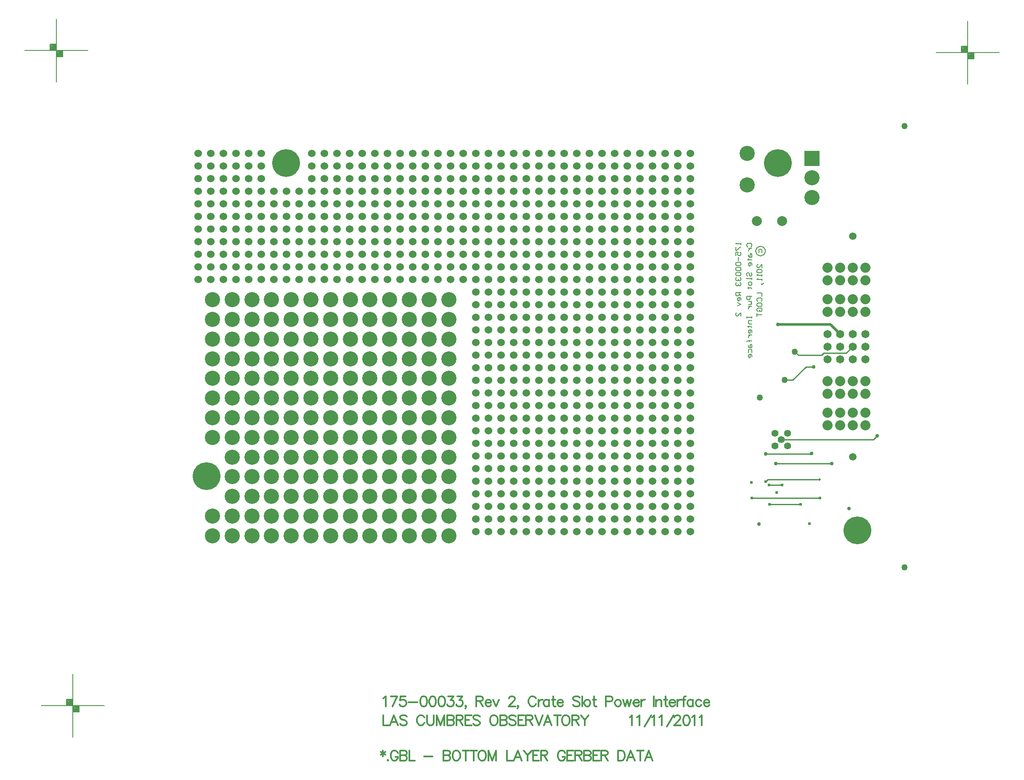
<source format=gbl>
%FSLAX23Y23*%
%MOIN*%
G70*
G01*
G75*
G04 Layer_Physical_Order=4*
G04 Layer_Color=16711680*
%ADD10R,0.135X0.070*%
%ADD11O,0.024X0.079*%
%ADD12R,0.036X0.036*%
%ADD13O,0.014X0.067*%
%ADD14R,0.059X0.039*%
%ADD15R,0.050X0.050*%
%ADD16R,0.070X0.135*%
%ADD17C,0.020*%
%ADD18C,0.040*%
%ADD19C,0.010*%
%ADD20C,0.012*%
%ADD21C,0.008*%
%ADD22C,0.012*%
%ADD23C,0.012*%
%ADD24C,0.120*%
%ADD25C,0.060*%
%ADD26C,0.220*%
%ADD27C,0.050*%
%ADD28C,0.059*%
%ADD29C,0.080*%
%ADD30C,0.065*%
%ADD31C,0.079*%
%ADD32R,0.120X0.120*%
%ADD33C,0.055*%
%ADD34C,0.030*%
%ADD35C,0.024*%
%ADD36C,0.020*%
%ADD37C,0.005*%
%ADD38C,0.110*%
%ADD39C,0.076*%
%ADD40C,0.206*%
%ADD41C,0.150*%
%ADD42C,0.190*%
%ADD43C,0.092*%
%ADD44C,0.073*%
%ADD45C,0.055*%
%ADD46C,0.068*%
%ADD47C,0.087*%
%ADD48C,0.007*%
D17*
X25575Y17463D02*
X25651Y17388D01*
X25158Y17463D02*
X25575D01*
D19*
X25141Y16359D02*
X25143Y16361D01*
X25585D01*
X25382Y17128D02*
X25443D01*
X25276Y17022D02*
X25382Y17128D01*
X25211Y17022D02*
X25276D01*
X25186Y16550D02*
X25916D01*
X25945Y16579D01*
X24953Y16087D02*
X24955Y16085D01*
X25492D01*
X25093Y16038D02*
X25094Y16037D01*
X25339D01*
X25090Y16191D02*
X25191D01*
X25089Y16190D02*
X25090Y16191D01*
X25291Y17248D02*
X25320Y17219D01*
X25505D01*
X25521Y17235D01*
X25698D01*
X25751Y17288D01*
X25079Y16233D02*
X25487D01*
X25063Y16217D02*
X25079Y16233D01*
X25420Y16435D02*
X25424Y16439D01*
X25063Y16435D02*
X25420D01*
D20*
X22029Y14083D02*
Y14037D01*
X22010Y14072D02*
X22048Y14049D01*
Y14072D02*
X22010Y14049D01*
X22069Y14011D02*
X22065Y14007D01*
X22069Y14003D01*
X22072Y14007D01*
X22069Y14011D01*
X22147Y14064D02*
X22143Y14072D01*
X22136Y14079D01*
X22128Y14083D01*
X22113D01*
X22105Y14079D01*
X22098Y14072D01*
X22094Y14064D01*
X22090Y14053D01*
Y14034D01*
X22094Y14022D01*
X22098Y14015D01*
X22105Y14007D01*
X22113Y14003D01*
X22128D01*
X22136Y14007D01*
X22143Y14015D01*
X22147Y14022D01*
Y14034D01*
X22128D02*
X22147D01*
X22165Y14083D02*
Y14003D01*
Y14083D02*
X22200D01*
X22211Y14079D01*
X22215Y14075D01*
X22219Y14068D01*
Y14060D01*
X22215Y14053D01*
X22211Y14049D01*
X22200Y14045D01*
X22165D02*
X22200D01*
X22211Y14041D01*
X22215Y14037D01*
X22219Y14030D01*
Y14018D01*
X22215Y14011D01*
X22211Y14007D01*
X22200Y14003D01*
X22165D01*
X22237Y14083D02*
Y14003D01*
X22282D01*
X22354Y14037D02*
X22422D01*
X22509Y14083D02*
Y14003D01*
Y14083D02*
X22543D01*
X22555Y14079D01*
X22558Y14075D01*
X22562Y14068D01*
Y14060D01*
X22558Y14053D01*
X22555Y14049D01*
X22543Y14045D01*
X22509D02*
X22543D01*
X22555Y14041D01*
X22558Y14037D01*
X22562Y14030D01*
Y14018D01*
X22558Y14011D01*
X22555Y14007D01*
X22543Y14003D01*
X22509D01*
X22603Y14083D02*
X22595Y14079D01*
X22588Y14072D01*
X22584Y14064D01*
X22580Y14053D01*
Y14034D01*
X22584Y14022D01*
X22588Y14015D01*
X22595Y14007D01*
X22603Y14003D01*
X22618D01*
X22626Y14007D01*
X22633Y14015D01*
X22637Y14022D01*
X22641Y14034D01*
Y14053D01*
X22637Y14064D01*
X22633Y14072D01*
X22626Y14079D01*
X22618Y14083D01*
X22603D01*
X22686D02*
Y14003D01*
X22660Y14083D02*
X22713D01*
X22749D02*
Y14003D01*
X22723Y14083D02*
X22776D01*
X22808D02*
X22801Y14079D01*
X22793Y14072D01*
X22789Y14064D01*
X22785Y14053D01*
Y14034D01*
X22789Y14022D01*
X22793Y14015D01*
X22801Y14007D01*
X22808Y14003D01*
X22823D01*
X22831Y14007D01*
X22839Y14015D01*
X22843Y14022D01*
X22846Y14034D01*
Y14053D01*
X22843Y14064D01*
X22839Y14072D01*
X22831Y14079D01*
X22823Y14083D01*
X22808D01*
X22865D02*
Y14003D01*
Y14083D02*
X22895Y14003D01*
X22926Y14083D02*
X22895Y14003D01*
X22926Y14083D02*
Y14003D01*
X23012Y14083D02*
Y14003D01*
X23057D01*
X23127D02*
X23097Y14083D01*
X23066Y14003D01*
X23078Y14030D02*
X23116D01*
X23146Y14083D02*
X23176Y14045D01*
Y14003D01*
X23207Y14083D02*
X23176Y14045D01*
X23266Y14083D02*
X23217D01*
Y14003D01*
X23266D01*
X23217Y14045D02*
X23247D01*
X23280Y14083D02*
Y14003D01*
Y14083D02*
X23314D01*
X23325Y14079D01*
X23329Y14075D01*
X23333Y14068D01*
Y14060D01*
X23329Y14053D01*
X23325Y14049D01*
X23314Y14045D01*
X23280D01*
X23306D02*
X23333Y14003D01*
X23471Y14064D02*
X23467Y14072D01*
X23460Y14079D01*
X23452Y14083D01*
X23437D01*
X23429Y14079D01*
X23421Y14072D01*
X23418Y14064D01*
X23414Y14053D01*
Y14034D01*
X23418Y14022D01*
X23421Y14015D01*
X23429Y14007D01*
X23437Y14003D01*
X23452D01*
X23460Y14007D01*
X23467Y14015D01*
X23471Y14022D01*
Y14034D01*
X23452D02*
X23471D01*
X23539Y14083D02*
X23489D01*
Y14003D01*
X23539D01*
X23489Y14045D02*
X23520D01*
X23552Y14083D02*
Y14003D01*
Y14083D02*
X23586D01*
X23598Y14079D01*
X23602Y14075D01*
X23605Y14068D01*
Y14060D01*
X23602Y14053D01*
X23598Y14049D01*
X23586Y14045D01*
X23552D01*
X23579D02*
X23605Y14003D01*
X23623Y14083D02*
Y14003D01*
Y14083D02*
X23658D01*
X23669Y14079D01*
X23673Y14075D01*
X23677Y14068D01*
Y14060D01*
X23673Y14053D01*
X23669Y14049D01*
X23658Y14045D01*
X23623D02*
X23658D01*
X23669Y14041D01*
X23673Y14037D01*
X23677Y14030D01*
Y14018D01*
X23673Y14011D01*
X23669Y14007D01*
X23658Y14003D01*
X23623D01*
X23744Y14083D02*
X23695D01*
Y14003D01*
X23744D01*
X23695Y14045D02*
X23725D01*
X23757Y14083D02*
Y14003D01*
Y14083D02*
X23792D01*
X23803Y14079D01*
X23807Y14075D01*
X23811Y14068D01*
Y14060D01*
X23807Y14053D01*
X23803Y14049D01*
X23792Y14045D01*
X23757D01*
X23784D02*
X23811Y14003D01*
X23891Y14083D02*
Y14003D01*
Y14083D02*
X23918D01*
X23930Y14079D01*
X23937Y14072D01*
X23941Y14064D01*
X23945Y14053D01*
Y14034D01*
X23941Y14022D01*
X23937Y14015D01*
X23930Y14007D01*
X23918Y14003D01*
X23891D01*
X24024D02*
X23993Y14083D01*
X23963Y14003D01*
X23974Y14030D02*
X24012D01*
X24069Y14083D02*
Y14003D01*
X24042Y14083D02*
X24096D01*
X24166Y14003D02*
X24136Y14083D01*
X24105Y14003D01*
X24117Y14030D02*
X24155D01*
D21*
X25058Y18045D02*
X25057Y18055D01*
X25053Y18064D01*
X25047Y18072D01*
X25039Y18078D01*
X25030Y18081D01*
X25021Y18083D01*
X25011Y18081D01*
X25002Y18078D01*
X24994Y18072D01*
X24988Y18064D01*
X24984Y18055D01*
X24983Y18045D01*
X24984Y18035D01*
X24988Y18026D01*
X24994Y18018D01*
X25002Y18013D01*
X25011Y18009D01*
X25021Y18007D01*
X25030Y18009D01*
X25039Y18013D01*
X25047Y18018D01*
X25053Y18026D01*
X25057Y18035D01*
X25058Y18045D01*
X19321Y14441D02*
X19821D01*
X19571Y14191D02*
Y14691D01*
X19521Y14441D02*
Y14491D01*
X19571D01*
X19621Y14391D02*
Y14441D01*
X19571Y14391D02*
X19621D01*
X19576Y14436D02*
X19616D01*
Y14396D02*
Y14436D01*
X19576Y14396D02*
X19616D01*
X19576D02*
Y14436D01*
X19581Y14431D02*
X19611D01*
Y14401D02*
Y14431D01*
X19581Y14401D02*
X19611D01*
X19581D02*
Y14426D01*
X19586D02*
X19606D01*
Y14406D02*
Y14426D01*
X19586Y14406D02*
X19606D01*
X19586D02*
Y14421D01*
X19591D02*
X19601D01*
Y14411D02*
Y14421D01*
X19591Y14411D02*
X19601D01*
X19591D02*
Y14421D01*
Y14416D02*
X19601D01*
X19526Y14486D02*
X19566D01*
Y14446D02*
Y14486D01*
X19526Y14446D02*
X19566D01*
X19526D02*
Y14486D01*
X19531Y14481D02*
X19561D01*
Y14451D02*
Y14481D01*
X19531Y14451D02*
X19561D01*
X19531D02*
Y14476D01*
X19536D02*
X19556D01*
Y14456D02*
Y14476D01*
X19536Y14456D02*
X19556D01*
X19536D02*
Y14471D01*
X19541D02*
X19551D01*
Y14461D02*
Y14471D01*
X19541Y14461D02*
X19551D01*
X19541D02*
Y14471D01*
Y14466D02*
X19551D01*
X19192Y19635D02*
X19692D01*
X19442Y19385D02*
Y19885D01*
X19392Y19635D02*
Y19685D01*
X19442D01*
X19492Y19585D02*
Y19635D01*
X19442Y19585D02*
X19492D01*
X19447Y19630D02*
X19487D01*
Y19590D02*
Y19630D01*
X19447Y19590D02*
X19487D01*
X19447D02*
Y19630D01*
X19452Y19625D02*
X19482D01*
Y19595D02*
Y19625D01*
X19452Y19595D02*
X19482D01*
X19452D02*
Y19620D01*
X19457D02*
X19477D01*
Y19600D02*
Y19620D01*
X19457Y19600D02*
X19477D01*
X19457D02*
Y19615D01*
X19462D02*
X19472D01*
Y19605D02*
Y19615D01*
X19462Y19605D02*
X19472D01*
X19462D02*
Y19615D01*
Y19610D02*
X19472D01*
X19397Y19680D02*
X19437D01*
Y19640D02*
Y19680D01*
X19397Y19640D02*
X19437D01*
X19397D02*
Y19680D01*
X19402Y19675D02*
X19432D01*
Y19645D02*
Y19675D01*
X19402Y19645D02*
X19432D01*
X19402D02*
Y19670D01*
X19407D02*
X19427D01*
Y19650D02*
Y19670D01*
X19407Y19650D02*
X19427D01*
X19407D02*
Y19665D01*
X19412D02*
X19422D01*
Y19655D02*
Y19665D01*
X19412Y19655D02*
X19422D01*
X19412D02*
Y19665D01*
Y19660D02*
X19422D01*
X26412Y19619D02*
X26912D01*
X26662Y19369D02*
Y19869D01*
X26612Y19619D02*
Y19669D01*
X26662D01*
X26712Y19569D02*
Y19619D01*
X26662Y19569D02*
X26712D01*
X26667Y19614D02*
X26707D01*
Y19574D02*
Y19614D01*
X26667Y19574D02*
X26707D01*
X26667D02*
Y19614D01*
X26672Y19609D02*
X26702D01*
Y19579D02*
Y19609D01*
X26672Y19579D02*
X26702D01*
X26672D02*
Y19604D01*
X26677D02*
X26697D01*
Y19584D02*
Y19604D01*
X26677Y19584D02*
X26697D01*
X26677D02*
Y19599D01*
X26682D02*
X26692D01*
Y19589D02*
Y19599D01*
X26682Y19589D02*
X26692D01*
X26682D02*
Y19599D01*
Y19594D02*
X26692D01*
X26617Y19664D02*
X26657D01*
Y19624D02*
Y19664D01*
X26617Y19624D02*
X26657D01*
X26617D02*
Y19664D01*
X26622Y19659D02*
X26652D01*
Y19629D02*
Y19659D01*
X26622Y19629D02*
X26652D01*
X26622D02*
Y19654D01*
X26627D02*
X26647D01*
Y19634D02*
Y19654D01*
X26627Y19634D02*
X26647D01*
X26627D02*
Y19649D01*
X26632D02*
X26642D01*
Y19639D02*
Y19649D01*
X26632Y19639D02*
X26642D01*
X26632D02*
Y19649D01*
Y19644D02*
X26642D01*
D22*
X22031Y14498D02*
X22039Y14502D01*
X22050Y14514D01*
Y14434D01*
X22143Y14514D02*
X22105Y14434D01*
X22090Y14514D02*
X22143D01*
X22207D02*
X22169D01*
X22165Y14479D01*
X22169Y14483D01*
X22180Y14487D01*
X22192D01*
X22203Y14483D01*
X22211Y14476D01*
X22215Y14464D01*
Y14457D01*
X22211Y14445D01*
X22203Y14438D01*
X22192Y14434D01*
X22180D01*
X22169Y14438D01*
X22165Y14441D01*
X22161Y14449D01*
X22232Y14468D02*
X22301D01*
X22347Y14514D02*
X22336Y14510D01*
X22328Y14498D01*
X22325Y14479D01*
Y14468D01*
X22328Y14449D01*
X22336Y14438D01*
X22347Y14434D01*
X22355D01*
X22367Y14438D01*
X22374Y14449D01*
X22378Y14468D01*
Y14479D01*
X22374Y14498D01*
X22367Y14510D01*
X22355Y14514D01*
X22347D01*
X22419D02*
X22407Y14510D01*
X22400Y14498D01*
X22396Y14479D01*
Y14468D01*
X22400Y14449D01*
X22407Y14438D01*
X22419Y14434D01*
X22426D01*
X22438Y14438D01*
X22445Y14449D01*
X22449Y14468D01*
Y14479D01*
X22445Y14498D01*
X22438Y14510D01*
X22426Y14514D01*
X22419D01*
X22490D02*
X22478Y14510D01*
X22471Y14498D01*
X22467Y14479D01*
Y14468D01*
X22471Y14449D01*
X22478Y14438D01*
X22490Y14434D01*
X22498D01*
X22509Y14438D01*
X22517Y14449D01*
X22520Y14468D01*
Y14479D01*
X22517Y14498D01*
X22509Y14510D01*
X22498Y14514D01*
X22490D01*
X22546D02*
X22588D01*
X22565Y14483D01*
X22576D01*
X22584Y14479D01*
X22588Y14476D01*
X22592Y14464D01*
Y14457D01*
X22588Y14445D01*
X22580Y14438D01*
X22569Y14434D01*
X22557D01*
X22546Y14438D01*
X22542Y14441D01*
X22538Y14449D01*
X22617Y14514D02*
X22659D01*
X22636Y14483D01*
X22648D01*
X22655Y14479D01*
X22659Y14476D01*
X22663Y14464D01*
Y14457D01*
X22659Y14445D01*
X22651Y14438D01*
X22640Y14434D01*
X22629D01*
X22617Y14438D01*
X22613Y14441D01*
X22610Y14449D01*
X22688Y14438D02*
X22685Y14434D01*
X22681Y14438D01*
X22685Y14441D01*
X22688Y14438D01*
Y14430D01*
X22685Y14422D01*
X22681Y14418D01*
X22769Y14514D02*
Y14434D01*
Y14514D02*
X22803D01*
X22814Y14510D01*
X22818Y14506D01*
X22822Y14498D01*
Y14491D01*
X22818Y14483D01*
X22814Y14479D01*
X22803Y14476D01*
X22769D01*
X22795D02*
X22822Y14434D01*
X22840Y14464D02*
X22886D01*
Y14472D01*
X22882Y14479D01*
X22878Y14483D01*
X22870Y14487D01*
X22859D01*
X22851Y14483D01*
X22844Y14476D01*
X22840Y14464D01*
Y14457D01*
X22844Y14445D01*
X22851Y14438D01*
X22859Y14434D01*
X22870D01*
X22878Y14438D01*
X22886Y14445D01*
X22903Y14487D02*
X22926Y14434D01*
X22948Y14487D02*
X22926Y14434D01*
X23028Y14495D02*
Y14498D01*
X23032Y14506D01*
X23036Y14510D01*
X23043Y14514D01*
X23059D01*
X23066Y14510D01*
X23070Y14506D01*
X23074Y14498D01*
Y14491D01*
X23070Y14483D01*
X23062Y14472D01*
X23024Y14434D01*
X23078D01*
X23103Y14438D02*
X23099Y14434D01*
X23095Y14438D01*
X23099Y14441D01*
X23103Y14438D01*
Y14430D01*
X23099Y14422D01*
X23095Y14418D01*
X23241Y14495D02*
X23237Y14502D01*
X23229Y14510D01*
X23222Y14514D01*
X23206D01*
X23199Y14510D01*
X23191Y14502D01*
X23187Y14495D01*
X23183Y14483D01*
Y14464D01*
X23187Y14453D01*
X23191Y14445D01*
X23199Y14438D01*
X23206Y14434D01*
X23222D01*
X23229Y14438D01*
X23237Y14445D01*
X23241Y14453D01*
X23263Y14487D02*
Y14434D01*
Y14464D02*
X23267Y14476D01*
X23275Y14483D01*
X23282Y14487D01*
X23294D01*
X23346D02*
Y14434D01*
Y14476D02*
X23339Y14483D01*
X23331Y14487D01*
X23320D01*
X23312Y14483D01*
X23305Y14476D01*
X23301Y14464D01*
Y14457D01*
X23305Y14445D01*
X23312Y14438D01*
X23320Y14434D01*
X23331D01*
X23339Y14438D01*
X23346Y14445D01*
X23379Y14514D02*
Y14449D01*
X23383Y14438D01*
X23391Y14434D01*
X23398D01*
X23368Y14487D02*
X23394D01*
X23410Y14464D02*
X23455D01*
Y14472D01*
X23452Y14479D01*
X23448Y14483D01*
X23440Y14487D01*
X23429D01*
X23421Y14483D01*
X23414Y14476D01*
X23410Y14464D01*
Y14457D01*
X23414Y14445D01*
X23421Y14438D01*
X23429Y14434D01*
X23440D01*
X23448Y14438D01*
X23455Y14445D01*
X23589Y14502D02*
X23581Y14510D01*
X23570Y14514D01*
X23554D01*
X23543Y14510D01*
X23535Y14502D01*
Y14495D01*
X23539Y14487D01*
X23543Y14483D01*
X23551Y14479D01*
X23573Y14472D01*
X23581Y14468D01*
X23585Y14464D01*
X23589Y14457D01*
Y14445D01*
X23581Y14438D01*
X23570Y14434D01*
X23554D01*
X23543Y14438D01*
X23535Y14445D01*
X23607Y14514D02*
Y14434D01*
X23642Y14487D02*
X23635Y14483D01*
X23627Y14476D01*
X23623Y14464D01*
Y14457D01*
X23627Y14445D01*
X23635Y14438D01*
X23642Y14434D01*
X23654D01*
X23661Y14438D01*
X23669Y14445D01*
X23673Y14457D01*
Y14464D01*
X23669Y14476D01*
X23661Y14483D01*
X23654Y14487D01*
X23642D01*
X23702Y14514D02*
Y14449D01*
X23706Y14438D01*
X23713Y14434D01*
X23721D01*
X23690Y14487D02*
X23717D01*
X23795Y14472D02*
X23829D01*
X23841Y14476D01*
X23845Y14479D01*
X23848Y14487D01*
Y14498D01*
X23845Y14506D01*
X23841Y14510D01*
X23829Y14514D01*
X23795D01*
Y14434D01*
X23885Y14487D02*
X23878Y14483D01*
X23870Y14476D01*
X23866Y14464D01*
Y14457D01*
X23870Y14445D01*
X23878Y14438D01*
X23885Y14434D01*
X23897D01*
X23904Y14438D01*
X23912Y14445D01*
X23916Y14457D01*
Y14464D01*
X23912Y14476D01*
X23904Y14483D01*
X23897Y14487D01*
X23885D01*
X23933D02*
X23949Y14434D01*
X23964Y14487D02*
X23949Y14434D01*
X23964Y14487D02*
X23979Y14434D01*
X23994Y14487D02*
X23979Y14434D01*
X24013Y14464D02*
X24059D01*
Y14472D01*
X24055Y14479D01*
X24051Y14483D01*
X24043Y14487D01*
X24032D01*
X24024Y14483D01*
X24017Y14476D01*
X24013Y14464D01*
Y14457D01*
X24017Y14445D01*
X24024Y14438D01*
X24032Y14434D01*
X24043D01*
X24051Y14438D01*
X24059Y14445D01*
X24076Y14487D02*
Y14434D01*
Y14464D02*
X24080Y14476D01*
X24087Y14483D01*
X24095Y14487D01*
X24106D01*
X24176Y14514D02*
Y14434D01*
X24193Y14487D02*
Y14434D01*
Y14472D02*
X24205Y14483D01*
X24212Y14487D01*
X24224D01*
X24231Y14483D01*
X24235Y14472D01*
Y14434D01*
X24267Y14514D02*
Y14449D01*
X24271Y14438D01*
X24279Y14434D01*
X24286D01*
X24256Y14487D02*
X24283D01*
X24298Y14464D02*
X24344D01*
Y14472D01*
X24340Y14479D01*
X24336Y14483D01*
X24328Y14487D01*
X24317D01*
X24309Y14483D01*
X24302Y14476D01*
X24298Y14464D01*
Y14457D01*
X24302Y14445D01*
X24309Y14438D01*
X24317Y14434D01*
X24328D01*
X24336Y14438D01*
X24344Y14445D01*
X24361Y14487D02*
Y14434D01*
Y14464D02*
X24365Y14476D01*
X24372Y14483D01*
X24380Y14487D01*
X24391D01*
X24429Y14514D02*
X24421D01*
X24414Y14510D01*
X24410Y14498D01*
Y14434D01*
X24398Y14487D02*
X24425D01*
X24486D02*
Y14434D01*
Y14476D02*
X24478Y14483D01*
X24471Y14487D01*
X24459D01*
X24452Y14483D01*
X24444Y14476D01*
X24440Y14464D01*
Y14457D01*
X24444Y14445D01*
X24452Y14438D01*
X24459Y14434D01*
X24471D01*
X24478Y14438D01*
X24486Y14445D01*
X24553Y14476D02*
X24545Y14483D01*
X24538Y14487D01*
X24526D01*
X24519Y14483D01*
X24511Y14476D01*
X24507Y14464D01*
Y14457D01*
X24511Y14445D01*
X24519Y14438D01*
X24526Y14434D01*
X24538D01*
X24545Y14438D01*
X24553Y14445D01*
X24570Y14464D02*
X24616D01*
Y14472D01*
X24612Y14479D01*
X24608Y14483D01*
X24601Y14487D01*
X24589D01*
X24582Y14483D01*
X24574Y14476D01*
X24570Y14464D01*
Y14457D01*
X24574Y14445D01*
X24582Y14438D01*
X24589Y14434D01*
X24601D01*
X24608Y14438D01*
X24616Y14445D01*
D23*
X22031Y14364D02*
Y14284D01*
X22077D01*
X22147D02*
X22116Y14364D01*
X22086Y14284D01*
X22097Y14310D02*
X22135D01*
X22219Y14352D02*
X22211Y14360D01*
X22200Y14364D01*
X22184D01*
X22173Y14360D01*
X22165Y14352D01*
Y14345D01*
X22169Y14337D01*
X22173Y14333D01*
X22181Y14329D01*
X22204Y14322D01*
X22211Y14318D01*
X22215Y14314D01*
X22219Y14307D01*
Y14295D01*
X22211Y14287D01*
X22200Y14284D01*
X22184D01*
X22173Y14287D01*
X22165Y14295D01*
X22357Y14345D02*
X22353Y14352D01*
X22345Y14360D01*
X22338Y14364D01*
X22322D01*
X22315Y14360D01*
X22307Y14352D01*
X22303Y14345D01*
X22299Y14333D01*
Y14314D01*
X22303Y14303D01*
X22307Y14295D01*
X22315Y14287D01*
X22322Y14284D01*
X22338D01*
X22345Y14287D01*
X22353Y14295D01*
X22357Y14303D01*
X22379Y14364D02*
Y14307D01*
X22383Y14295D01*
X22391Y14287D01*
X22402Y14284D01*
X22410D01*
X22421Y14287D01*
X22429Y14295D01*
X22432Y14307D01*
Y14364D01*
X22454D02*
Y14284D01*
Y14364D02*
X22485Y14284D01*
X22515Y14364D02*
X22485Y14284D01*
X22515Y14364D02*
Y14284D01*
X22538Y14364D02*
Y14284D01*
Y14364D02*
X22573D01*
X22584Y14360D01*
X22588Y14356D01*
X22592Y14348D01*
Y14341D01*
X22588Y14333D01*
X22584Y14329D01*
X22573Y14326D01*
X22538D02*
X22573D01*
X22584Y14322D01*
X22588Y14318D01*
X22592Y14310D01*
Y14299D01*
X22588Y14291D01*
X22584Y14287D01*
X22573Y14284D01*
X22538D01*
X22610Y14364D02*
Y14284D01*
Y14364D02*
X22644D01*
X22655Y14360D01*
X22659Y14356D01*
X22663Y14348D01*
Y14341D01*
X22659Y14333D01*
X22655Y14329D01*
X22644Y14326D01*
X22610D01*
X22636D02*
X22663Y14284D01*
X22730Y14364D02*
X22681D01*
Y14284D01*
X22730D01*
X22681Y14326D02*
X22711D01*
X22797Y14352D02*
X22789Y14360D01*
X22778Y14364D01*
X22763D01*
X22751Y14360D01*
X22744Y14352D01*
Y14345D01*
X22747Y14337D01*
X22751Y14333D01*
X22759Y14329D01*
X22782Y14322D01*
X22789Y14318D01*
X22793Y14314D01*
X22797Y14307D01*
Y14295D01*
X22789Y14287D01*
X22778Y14284D01*
X22763D01*
X22751Y14287D01*
X22744Y14295D01*
X22900Y14364D02*
X22893Y14360D01*
X22885Y14352D01*
X22881Y14345D01*
X22878Y14333D01*
Y14314D01*
X22881Y14303D01*
X22885Y14295D01*
X22893Y14287D01*
X22900Y14284D01*
X22916D01*
X22923Y14287D01*
X22931Y14295D01*
X22935Y14303D01*
X22939Y14314D01*
Y14333D01*
X22935Y14345D01*
X22931Y14352D01*
X22923Y14360D01*
X22916Y14364D01*
X22900D01*
X22957D02*
Y14284D01*
Y14364D02*
X22992D01*
X23003Y14360D01*
X23007Y14356D01*
X23011Y14348D01*
Y14341D01*
X23007Y14333D01*
X23003Y14329D01*
X22992Y14326D01*
X22957D02*
X22992D01*
X23003Y14322D01*
X23007Y14318D01*
X23011Y14310D01*
Y14299D01*
X23007Y14291D01*
X23003Y14287D01*
X22992Y14284D01*
X22957D01*
X23082Y14352D02*
X23074Y14360D01*
X23063Y14364D01*
X23048D01*
X23036Y14360D01*
X23028Y14352D01*
Y14345D01*
X23032Y14337D01*
X23036Y14333D01*
X23044Y14329D01*
X23067Y14322D01*
X23074Y14318D01*
X23078Y14314D01*
X23082Y14307D01*
Y14295D01*
X23074Y14287D01*
X23063Y14284D01*
X23048D01*
X23036Y14287D01*
X23028Y14295D01*
X23149Y14364D02*
X23100D01*
Y14284D01*
X23149D01*
X23100Y14326D02*
X23130D01*
X23163Y14364D02*
Y14284D01*
Y14364D02*
X23197D01*
X23208Y14360D01*
X23212Y14356D01*
X23216Y14348D01*
Y14341D01*
X23212Y14333D01*
X23208Y14329D01*
X23197Y14326D01*
X23163D01*
X23189D02*
X23216Y14284D01*
X23234Y14364D02*
X23264Y14284D01*
X23295Y14364D02*
X23264Y14284D01*
X23366D02*
X23335Y14364D01*
X23305Y14284D01*
X23316Y14310D02*
X23354D01*
X23411Y14364D02*
Y14284D01*
X23385Y14364D02*
X23438D01*
X23470D02*
X23463Y14360D01*
X23455Y14352D01*
X23451Y14345D01*
X23447Y14333D01*
Y14314D01*
X23451Y14303D01*
X23455Y14295D01*
X23463Y14287D01*
X23470Y14284D01*
X23486D01*
X23493Y14287D01*
X23501Y14295D01*
X23505Y14303D01*
X23508Y14314D01*
Y14333D01*
X23505Y14345D01*
X23501Y14352D01*
X23493Y14360D01*
X23486Y14364D01*
X23470D01*
X23527D02*
Y14284D01*
Y14364D02*
X23561D01*
X23573Y14360D01*
X23577Y14356D01*
X23580Y14348D01*
Y14341D01*
X23577Y14333D01*
X23573Y14329D01*
X23561Y14326D01*
X23527D01*
X23554D02*
X23580Y14284D01*
X23598Y14364D02*
X23629Y14326D01*
Y14284D01*
X23659Y14364D02*
X23629Y14326D01*
X23984Y14348D02*
X23991Y14352D01*
X24003Y14364D01*
Y14284D01*
X24042Y14348D02*
X24050Y14352D01*
X24061Y14364D01*
Y14284D01*
X24101Y14272D02*
X24154Y14364D01*
X24160Y14348D02*
X24167Y14352D01*
X24179Y14364D01*
Y14284D01*
X24218Y14348D02*
X24226Y14352D01*
X24237Y14364D01*
Y14284D01*
X24277Y14272D02*
X24330Y14364D01*
X24339Y14345D02*
Y14348D01*
X24343Y14356D01*
X24347Y14360D01*
X24355Y14364D01*
X24370D01*
X24378Y14360D01*
X24381Y14356D01*
X24385Y14348D01*
Y14341D01*
X24381Y14333D01*
X24374Y14322D01*
X24336Y14284D01*
X24389D01*
X24430Y14364D02*
X24418Y14360D01*
X24411Y14348D01*
X24407Y14329D01*
Y14318D01*
X24411Y14299D01*
X24418Y14287D01*
X24430Y14284D01*
X24437D01*
X24449Y14287D01*
X24456Y14299D01*
X24460Y14318D01*
Y14329D01*
X24456Y14348D01*
X24449Y14360D01*
X24437Y14364D01*
X24430D01*
X24478Y14348D02*
X24486Y14352D01*
X24497Y14364D01*
Y14284D01*
X24537Y14348D02*
X24544Y14352D01*
X24556Y14364D01*
Y14284D01*
D24*
X24916Y18819D02*
D03*
Y18569D02*
D03*
X20678Y15943D02*
D03*
Y15787D02*
D03*
Y16723D02*
D03*
Y16567D02*
D03*
Y17659D02*
D03*
Y17503D02*
D03*
Y17347D02*
D03*
Y17191D02*
D03*
Y17035D02*
D03*
Y16879D02*
D03*
X22550Y15787D02*
D03*
X22394D02*
D03*
X22238D02*
D03*
X22082D02*
D03*
X21926D02*
D03*
X21770D02*
D03*
X20834D02*
D03*
X20990D02*
D03*
X21146D02*
D03*
X21302D02*
D03*
X21458D02*
D03*
X21614D02*
D03*
X21770Y17659D02*
D03*
X21926D02*
D03*
X22082D02*
D03*
X22238D02*
D03*
X22394D02*
D03*
X22550D02*
D03*
X21770Y17503D02*
D03*
X21926D02*
D03*
X22082D02*
D03*
X22238D02*
D03*
X22394D02*
D03*
X22550D02*
D03*
X21770Y17347D02*
D03*
X21926D02*
D03*
X22082D02*
D03*
X22238D02*
D03*
X22394D02*
D03*
X22550D02*
D03*
X21770Y17191D02*
D03*
X21926D02*
D03*
X22082D02*
D03*
X22238D02*
D03*
X22394D02*
D03*
X22550D02*
D03*
Y16255D02*
D03*
X22394D02*
D03*
X22238D02*
D03*
X22082D02*
D03*
X21926D02*
D03*
X21770D02*
D03*
X22550Y16411D02*
D03*
X22394D02*
D03*
X22238D02*
D03*
X22082D02*
D03*
X21926D02*
D03*
X21770D02*
D03*
X22550Y16567D02*
D03*
X22394D02*
D03*
X22238D02*
D03*
X22082D02*
D03*
X21926D02*
D03*
X21770D02*
D03*
X22550Y16723D02*
D03*
X22394D02*
D03*
X22238D02*
D03*
X22082D02*
D03*
X21926D02*
D03*
X21770D02*
D03*
X22550Y16879D02*
D03*
X22394D02*
D03*
X22238D02*
D03*
X22082D02*
D03*
X21926D02*
D03*
X21770D02*
D03*
Y17035D02*
D03*
X21926D02*
D03*
X22082D02*
D03*
X22238D02*
D03*
X22394D02*
D03*
X22550D02*
D03*
X21614Y16879D02*
D03*
X21458D02*
D03*
X21302D02*
D03*
X21146D02*
D03*
X20990D02*
D03*
X20834D02*
D03*
X21614Y17035D02*
D03*
X21458D02*
D03*
X21302D02*
D03*
X21146D02*
D03*
X20990D02*
D03*
X20834D02*
D03*
X21614Y17191D02*
D03*
X21458D02*
D03*
X21302D02*
D03*
X21146D02*
D03*
X20990D02*
D03*
X20834D02*
D03*
X21614Y17347D02*
D03*
X21458D02*
D03*
X21302D02*
D03*
X21146D02*
D03*
X20990D02*
D03*
X20834D02*
D03*
X21614Y17503D02*
D03*
X21458D02*
D03*
X21302D02*
D03*
X21146D02*
D03*
X20990D02*
D03*
X20834D02*
D03*
Y17659D02*
D03*
X20990D02*
D03*
X21146D02*
D03*
X21302D02*
D03*
X21458D02*
D03*
X21614D02*
D03*
Y15943D02*
D03*
X21458D02*
D03*
X21302D02*
D03*
X21146D02*
D03*
X20990D02*
D03*
X20834D02*
D03*
X21614Y16099D02*
D03*
X21458D02*
D03*
X21302D02*
D03*
X21146D02*
D03*
X20990D02*
D03*
X20834D02*
D03*
X21614Y16255D02*
D03*
X21458D02*
D03*
X21302D02*
D03*
X21146D02*
D03*
X20990D02*
D03*
X20834D02*
D03*
X21614Y16411D02*
D03*
X21458D02*
D03*
X21302D02*
D03*
X21146D02*
D03*
X20990D02*
D03*
X20834D02*
D03*
X21614Y16567D02*
D03*
X21458D02*
D03*
X21302D02*
D03*
X21146D02*
D03*
X20990D02*
D03*
X20834D02*
D03*
Y16723D02*
D03*
X20990D02*
D03*
X21146D02*
D03*
X21302D02*
D03*
X21458D02*
D03*
X21614D02*
D03*
X21770Y16099D02*
D03*
X21926D02*
D03*
X22082D02*
D03*
X22238D02*
D03*
X22394D02*
D03*
X22550D02*
D03*
X21770Y15943D02*
D03*
X21926D02*
D03*
X22082D02*
D03*
X22238D02*
D03*
X22394D02*
D03*
X22550D02*
D03*
X25427Y18469D02*
D03*
Y18625D02*
D03*
D25*
X22066Y18819D02*
D03*
Y18719D02*
D03*
Y18619D02*
D03*
Y18519D02*
D03*
X21966Y18819D02*
D03*
Y18719D02*
D03*
Y18619D02*
D03*
Y18519D02*
D03*
X21866Y18819D02*
D03*
Y18719D02*
D03*
Y18619D02*
D03*
Y18519D02*
D03*
X21766Y18819D02*
D03*
Y18719D02*
D03*
Y18619D02*
D03*
Y18519D02*
D03*
X21666Y18819D02*
D03*
Y18719D02*
D03*
Y18619D02*
D03*
Y18519D02*
D03*
X21566D02*
D03*
Y18619D02*
D03*
Y18719D02*
D03*
Y18819D02*
D03*
X22066Y18319D02*
D03*
Y18219D02*
D03*
Y18119D02*
D03*
Y18019D02*
D03*
Y17919D02*
D03*
X21966Y18319D02*
D03*
Y18219D02*
D03*
Y18119D02*
D03*
Y18019D02*
D03*
Y17919D02*
D03*
X21866Y18319D02*
D03*
Y18219D02*
D03*
Y18119D02*
D03*
Y18019D02*
D03*
Y17919D02*
D03*
X21766Y18319D02*
D03*
Y18219D02*
D03*
Y18119D02*
D03*
Y18019D02*
D03*
Y17919D02*
D03*
X21666Y18319D02*
D03*
Y18219D02*
D03*
Y18119D02*
D03*
Y18019D02*
D03*
Y17919D02*
D03*
X21566D02*
D03*
Y18019D02*
D03*
Y18119D02*
D03*
Y18219D02*
D03*
Y18319D02*
D03*
X22066Y18419D02*
D03*
X21966D02*
D03*
X21866D02*
D03*
X21766D02*
D03*
X21666D02*
D03*
X21566D02*
D03*
X20966D02*
D03*
X21066D02*
D03*
X21166D02*
D03*
X21266D02*
D03*
X21366D02*
D03*
X21466D02*
D03*
X20966Y18319D02*
D03*
Y18219D02*
D03*
Y18119D02*
D03*
Y18019D02*
D03*
Y17919D02*
D03*
X21066D02*
D03*
Y18019D02*
D03*
Y18119D02*
D03*
Y18219D02*
D03*
Y18319D02*
D03*
X21166Y17919D02*
D03*
Y18019D02*
D03*
Y18119D02*
D03*
Y18219D02*
D03*
Y18319D02*
D03*
X21266Y17919D02*
D03*
Y18019D02*
D03*
Y18119D02*
D03*
Y18219D02*
D03*
Y18319D02*
D03*
X21366Y17919D02*
D03*
Y18019D02*
D03*
Y18119D02*
D03*
Y18219D02*
D03*
Y18319D02*
D03*
X21466Y17919D02*
D03*
Y18019D02*
D03*
Y18119D02*
D03*
Y18219D02*
D03*
Y18319D02*
D03*
X20966Y18819D02*
D03*
Y18719D02*
D03*
Y18619D02*
D03*
Y18519D02*
D03*
X21066D02*
D03*
Y18619D02*
D03*
Y18719D02*
D03*
Y18819D02*
D03*
X21166Y18519D02*
D03*
X21266D02*
D03*
X21366D02*
D03*
X21466D02*
D03*
Y18619D02*
D03*
Y18719D02*
D03*
Y18819D02*
D03*
X20566Y18419D02*
D03*
X20666D02*
D03*
X20766D02*
D03*
X20866D02*
D03*
X20566Y17919D02*
D03*
Y18019D02*
D03*
Y18119D02*
D03*
Y18219D02*
D03*
Y18319D02*
D03*
X20666Y17919D02*
D03*
Y18019D02*
D03*
Y18119D02*
D03*
Y18219D02*
D03*
Y18319D02*
D03*
X20766Y17919D02*
D03*
Y18019D02*
D03*
Y18119D02*
D03*
Y18219D02*
D03*
Y18319D02*
D03*
X20866Y17919D02*
D03*
Y18019D02*
D03*
Y18119D02*
D03*
Y18219D02*
D03*
Y18319D02*
D03*
X20566Y18519D02*
D03*
Y18619D02*
D03*
Y18719D02*
D03*
Y18819D02*
D03*
X20666Y18519D02*
D03*
Y18619D02*
D03*
Y18719D02*
D03*
Y18819D02*
D03*
X20766Y18519D02*
D03*
Y18619D02*
D03*
Y18719D02*
D03*
Y18819D02*
D03*
X20866Y18519D02*
D03*
Y18619D02*
D03*
Y18719D02*
D03*
Y18819D02*
D03*
Y17819D02*
D03*
X20766D02*
D03*
X20666D02*
D03*
X20566D02*
D03*
X21466D02*
D03*
X21366D02*
D03*
X21266D02*
D03*
X21166D02*
D03*
X21066D02*
D03*
X20966D02*
D03*
X21566D02*
D03*
X21666D02*
D03*
X21766D02*
D03*
X21866D02*
D03*
X21966D02*
D03*
X22066D02*
D03*
X24466Y16319D02*
D03*
Y16219D02*
D03*
Y16119D02*
D03*
Y16019D02*
D03*
Y15919D02*
D03*
X24366Y16319D02*
D03*
Y16219D02*
D03*
Y16119D02*
D03*
Y16019D02*
D03*
Y15919D02*
D03*
X24266Y16319D02*
D03*
Y16219D02*
D03*
Y16119D02*
D03*
Y16019D02*
D03*
Y15919D02*
D03*
X24166Y16319D02*
D03*
Y16219D02*
D03*
Y16119D02*
D03*
Y16019D02*
D03*
Y15919D02*
D03*
X24066Y16319D02*
D03*
Y16219D02*
D03*
Y16119D02*
D03*
Y16019D02*
D03*
Y15919D02*
D03*
X23966D02*
D03*
Y16019D02*
D03*
Y16119D02*
D03*
Y16219D02*
D03*
Y16319D02*
D03*
X24466Y16419D02*
D03*
X24366D02*
D03*
X24266D02*
D03*
X24166D02*
D03*
X24066D02*
D03*
X23966D02*
D03*
X24466Y15819D02*
D03*
X24366D02*
D03*
X24266D02*
D03*
X24166D02*
D03*
X24066D02*
D03*
X23966D02*
D03*
X23366D02*
D03*
X23466D02*
D03*
X23566D02*
D03*
X23666D02*
D03*
X23766D02*
D03*
X23866D02*
D03*
X23366Y16419D02*
D03*
X23466D02*
D03*
X23566D02*
D03*
X23666D02*
D03*
X23766D02*
D03*
X23866D02*
D03*
X23366Y16319D02*
D03*
Y16219D02*
D03*
Y16119D02*
D03*
Y16019D02*
D03*
Y15919D02*
D03*
X23466D02*
D03*
Y16019D02*
D03*
Y16119D02*
D03*
Y16219D02*
D03*
Y16319D02*
D03*
X23566Y15919D02*
D03*
Y16019D02*
D03*
Y16119D02*
D03*
Y16219D02*
D03*
Y16319D02*
D03*
X23666Y15919D02*
D03*
Y16019D02*
D03*
Y16119D02*
D03*
Y16219D02*
D03*
Y16319D02*
D03*
X23766Y15919D02*
D03*
Y16019D02*
D03*
Y16119D02*
D03*
Y16219D02*
D03*
Y16319D02*
D03*
X23866Y15919D02*
D03*
Y16019D02*
D03*
Y16119D02*
D03*
Y16219D02*
D03*
Y16319D02*
D03*
X22766Y15819D02*
D03*
X22866D02*
D03*
X22966D02*
D03*
X23066D02*
D03*
X23166D02*
D03*
X23266D02*
D03*
X22766Y16419D02*
D03*
X22866D02*
D03*
X22966D02*
D03*
X23066D02*
D03*
X23166D02*
D03*
X23266D02*
D03*
X22766Y16319D02*
D03*
Y16219D02*
D03*
Y16119D02*
D03*
Y16019D02*
D03*
Y15919D02*
D03*
X22866D02*
D03*
Y16019D02*
D03*
Y16119D02*
D03*
Y16219D02*
D03*
Y16319D02*
D03*
X22966Y15919D02*
D03*
Y16019D02*
D03*
Y16119D02*
D03*
Y16219D02*
D03*
Y16319D02*
D03*
X23066Y15919D02*
D03*
Y16019D02*
D03*
Y16119D02*
D03*
Y16219D02*
D03*
Y16319D02*
D03*
X23166Y15919D02*
D03*
Y16019D02*
D03*
Y16119D02*
D03*
Y16219D02*
D03*
Y16319D02*
D03*
X23266Y15919D02*
D03*
Y16019D02*
D03*
Y16119D02*
D03*
Y16219D02*
D03*
Y16319D02*
D03*
X24466Y17619D02*
D03*
Y17519D02*
D03*
Y17419D02*
D03*
Y17319D02*
D03*
Y17219D02*
D03*
X24366Y17619D02*
D03*
Y17519D02*
D03*
Y17419D02*
D03*
Y17319D02*
D03*
Y17219D02*
D03*
X24266Y17619D02*
D03*
Y17519D02*
D03*
Y17419D02*
D03*
Y17319D02*
D03*
Y17219D02*
D03*
X24166Y17619D02*
D03*
Y17519D02*
D03*
Y17419D02*
D03*
Y17319D02*
D03*
Y17219D02*
D03*
X24066Y17619D02*
D03*
Y17519D02*
D03*
Y17419D02*
D03*
Y17319D02*
D03*
Y17219D02*
D03*
X23966D02*
D03*
Y17319D02*
D03*
Y17419D02*
D03*
Y17519D02*
D03*
Y17619D02*
D03*
X24466Y17719D02*
D03*
X24366D02*
D03*
X24266D02*
D03*
X24166D02*
D03*
X24066D02*
D03*
X23966D02*
D03*
X24466Y17019D02*
D03*
Y16919D02*
D03*
Y16819D02*
D03*
Y16719D02*
D03*
Y16619D02*
D03*
X24366Y17019D02*
D03*
Y16919D02*
D03*
Y16819D02*
D03*
Y16719D02*
D03*
Y16619D02*
D03*
X24266Y17019D02*
D03*
Y16919D02*
D03*
Y16819D02*
D03*
Y16719D02*
D03*
Y16619D02*
D03*
X24166Y17019D02*
D03*
Y16919D02*
D03*
Y16819D02*
D03*
Y16719D02*
D03*
Y16619D02*
D03*
X24066Y17019D02*
D03*
Y16919D02*
D03*
Y16819D02*
D03*
Y16719D02*
D03*
Y16619D02*
D03*
X23966D02*
D03*
Y16719D02*
D03*
Y16819D02*
D03*
Y16919D02*
D03*
Y17019D02*
D03*
X24466Y17119D02*
D03*
X24366D02*
D03*
X24266D02*
D03*
X24166D02*
D03*
X24066D02*
D03*
X23966D02*
D03*
X23366D02*
D03*
X23466D02*
D03*
X23566D02*
D03*
X23666D02*
D03*
X23766D02*
D03*
X23866D02*
D03*
X23366Y17019D02*
D03*
Y16919D02*
D03*
Y16819D02*
D03*
Y16719D02*
D03*
Y16619D02*
D03*
X23466D02*
D03*
Y16719D02*
D03*
Y16819D02*
D03*
Y16919D02*
D03*
Y17019D02*
D03*
X23566Y16619D02*
D03*
Y16719D02*
D03*
Y16819D02*
D03*
Y16919D02*
D03*
Y17019D02*
D03*
X23666Y16619D02*
D03*
Y16719D02*
D03*
Y16819D02*
D03*
Y16919D02*
D03*
Y17019D02*
D03*
X23766Y16619D02*
D03*
Y16719D02*
D03*
Y16819D02*
D03*
Y16919D02*
D03*
Y17019D02*
D03*
X23866Y16619D02*
D03*
Y16719D02*
D03*
Y16819D02*
D03*
Y16919D02*
D03*
Y17019D02*
D03*
X23366Y17719D02*
D03*
X23466D02*
D03*
X23566D02*
D03*
X23666D02*
D03*
X23766D02*
D03*
X23866D02*
D03*
X23366Y17619D02*
D03*
Y17519D02*
D03*
Y17419D02*
D03*
Y17319D02*
D03*
Y17219D02*
D03*
X23466D02*
D03*
Y17319D02*
D03*
Y17419D02*
D03*
Y17519D02*
D03*
Y17619D02*
D03*
X23566Y17219D02*
D03*
Y17319D02*
D03*
Y17419D02*
D03*
Y17519D02*
D03*
Y17619D02*
D03*
X23666Y17219D02*
D03*
Y17319D02*
D03*
Y17419D02*
D03*
Y17519D02*
D03*
Y17619D02*
D03*
X23766Y17219D02*
D03*
Y17319D02*
D03*
Y17419D02*
D03*
Y17519D02*
D03*
Y17619D02*
D03*
X23866Y17219D02*
D03*
Y17319D02*
D03*
Y17419D02*
D03*
Y17519D02*
D03*
Y17619D02*
D03*
X22766Y17119D02*
D03*
X22866D02*
D03*
X22966D02*
D03*
X23066D02*
D03*
X23166D02*
D03*
X23266D02*
D03*
X22766Y17019D02*
D03*
Y16919D02*
D03*
Y16819D02*
D03*
Y16719D02*
D03*
Y16619D02*
D03*
X22866D02*
D03*
Y16719D02*
D03*
Y16819D02*
D03*
Y16919D02*
D03*
Y17019D02*
D03*
X22966Y16619D02*
D03*
Y16719D02*
D03*
Y16819D02*
D03*
Y16919D02*
D03*
Y17019D02*
D03*
X23066Y16619D02*
D03*
Y16719D02*
D03*
Y16819D02*
D03*
Y16919D02*
D03*
Y17019D02*
D03*
X23166Y16619D02*
D03*
Y16719D02*
D03*
Y16819D02*
D03*
Y16919D02*
D03*
Y17019D02*
D03*
X23266Y16619D02*
D03*
Y16719D02*
D03*
Y16819D02*
D03*
Y16919D02*
D03*
Y17019D02*
D03*
X22766Y17719D02*
D03*
X22866D02*
D03*
X22966D02*
D03*
X23066D02*
D03*
X23166D02*
D03*
X23266D02*
D03*
X22766Y17619D02*
D03*
Y17519D02*
D03*
Y17419D02*
D03*
Y17319D02*
D03*
Y17219D02*
D03*
X22866D02*
D03*
Y17319D02*
D03*
Y17419D02*
D03*
Y17519D02*
D03*
Y17619D02*
D03*
X22966Y17219D02*
D03*
Y17319D02*
D03*
Y17419D02*
D03*
Y17519D02*
D03*
Y17619D02*
D03*
X23066Y17219D02*
D03*
Y17319D02*
D03*
Y17419D02*
D03*
Y17519D02*
D03*
Y17619D02*
D03*
X23166Y17219D02*
D03*
Y17319D02*
D03*
Y17419D02*
D03*
Y17519D02*
D03*
Y17619D02*
D03*
X23266Y17219D02*
D03*
Y17319D02*
D03*
Y17419D02*
D03*
Y17519D02*
D03*
Y17619D02*
D03*
Y16519D02*
D03*
X23166D02*
D03*
X23066D02*
D03*
X22966D02*
D03*
X22866D02*
D03*
X22766D02*
D03*
X23866D02*
D03*
X23766D02*
D03*
X23666D02*
D03*
X23566D02*
D03*
X23466D02*
D03*
X23366D02*
D03*
X23966D02*
D03*
X24066D02*
D03*
X24166D02*
D03*
X24266D02*
D03*
X24366D02*
D03*
X24466D02*
D03*
Y17819D02*
D03*
X24366D02*
D03*
X24266D02*
D03*
X24166D02*
D03*
X24066D02*
D03*
X23966D02*
D03*
X23366D02*
D03*
X23466D02*
D03*
X23566D02*
D03*
X23666D02*
D03*
X23766D02*
D03*
X23866D02*
D03*
X22766D02*
D03*
X22866D02*
D03*
X22966D02*
D03*
X23066D02*
D03*
X23166D02*
D03*
X23266D02*
D03*
X22166D02*
D03*
X22266D02*
D03*
X22366D02*
D03*
X22466D02*
D03*
X22566D02*
D03*
X22666D02*
D03*
Y18819D02*
D03*
Y18719D02*
D03*
Y18619D02*
D03*
Y18519D02*
D03*
X22566Y18819D02*
D03*
Y18719D02*
D03*
Y18619D02*
D03*
Y18519D02*
D03*
X22466Y18819D02*
D03*
Y18719D02*
D03*
Y18619D02*
D03*
Y18519D02*
D03*
X22366Y18819D02*
D03*
Y18719D02*
D03*
Y18619D02*
D03*
Y18519D02*
D03*
X22266Y18819D02*
D03*
Y18719D02*
D03*
Y18619D02*
D03*
Y18519D02*
D03*
X22166D02*
D03*
Y18619D02*
D03*
Y18719D02*
D03*
Y18819D02*
D03*
X22666Y18319D02*
D03*
Y18219D02*
D03*
Y18119D02*
D03*
Y18019D02*
D03*
Y17919D02*
D03*
X22566Y18319D02*
D03*
Y18219D02*
D03*
Y18119D02*
D03*
Y18019D02*
D03*
Y17919D02*
D03*
X22466Y18319D02*
D03*
Y18219D02*
D03*
Y18119D02*
D03*
Y18019D02*
D03*
Y17919D02*
D03*
X22366Y18319D02*
D03*
Y18219D02*
D03*
Y18119D02*
D03*
Y18019D02*
D03*
Y17919D02*
D03*
X22266Y18319D02*
D03*
Y18219D02*
D03*
Y18119D02*
D03*
Y18019D02*
D03*
Y17919D02*
D03*
X22166D02*
D03*
Y18019D02*
D03*
Y18119D02*
D03*
Y18219D02*
D03*
Y18319D02*
D03*
X22666Y18419D02*
D03*
X22566D02*
D03*
X22466D02*
D03*
X22366D02*
D03*
X22266D02*
D03*
X22166D02*
D03*
X23266Y18819D02*
D03*
Y18719D02*
D03*
Y18619D02*
D03*
Y18519D02*
D03*
X23166Y18819D02*
D03*
Y18719D02*
D03*
Y18619D02*
D03*
Y18519D02*
D03*
X23066Y18819D02*
D03*
Y18719D02*
D03*
Y18619D02*
D03*
Y18519D02*
D03*
X22966Y18819D02*
D03*
Y18719D02*
D03*
Y18619D02*
D03*
Y18519D02*
D03*
X22866Y18819D02*
D03*
Y18719D02*
D03*
Y18619D02*
D03*
Y18519D02*
D03*
X22766D02*
D03*
Y18619D02*
D03*
Y18719D02*
D03*
Y18819D02*
D03*
X23266Y18319D02*
D03*
Y18219D02*
D03*
Y18119D02*
D03*
Y18019D02*
D03*
Y17919D02*
D03*
X23166Y18319D02*
D03*
Y18219D02*
D03*
Y18119D02*
D03*
Y18019D02*
D03*
Y17919D02*
D03*
X23066Y18319D02*
D03*
Y18219D02*
D03*
Y18119D02*
D03*
Y18019D02*
D03*
Y17919D02*
D03*
X22966Y18319D02*
D03*
Y18219D02*
D03*
Y18119D02*
D03*
Y18019D02*
D03*
Y17919D02*
D03*
X22866Y18319D02*
D03*
Y18219D02*
D03*
Y18119D02*
D03*
Y18019D02*
D03*
Y17919D02*
D03*
X22766D02*
D03*
Y18019D02*
D03*
Y18119D02*
D03*
Y18219D02*
D03*
Y18319D02*
D03*
X23266Y18419D02*
D03*
X23166D02*
D03*
X23066D02*
D03*
X22966D02*
D03*
X22866D02*
D03*
X22766D02*
D03*
X23866Y18819D02*
D03*
Y18719D02*
D03*
Y18619D02*
D03*
Y18519D02*
D03*
X23766Y18819D02*
D03*
Y18719D02*
D03*
Y18619D02*
D03*
Y18519D02*
D03*
X23666Y18819D02*
D03*
Y18719D02*
D03*
Y18619D02*
D03*
Y18519D02*
D03*
X23566Y18819D02*
D03*
Y18719D02*
D03*
Y18619D02*
D03*
Y18519D02*
D03*
X23466Y18819D02*
D03*
Y18719D02*
D03*
Y18619D02*
D03*
Y18519D02*
D03*
X23366D02*
D03*
Y18619D02*
D03*
Y18719D02*
D03*
Y18819D02*
D03*
X23866Y18319D02*
D03*
Y18219D02*
D03*
Y18119D02*
D03*
Y18019D02*
D03*
Y17919D02*
D03*
X23766Y18319D02*
D03*
Y18219D02*
D03*
Y18119D02*
D03*
Y18019D02*
D03*
Y17919D02*
D03*
X23666Y18319D02*
D03*
Y18219D02*
D03*
Y18119D02*
D03*
Y18019D02*
D03*
Y17919D02*
D03*
X23566Y18319D02*
D03*
Y18219D02*
D03*
Y18119D02*
D03*
Y18019D02*
D03*
Y17919D02*
D03*
X23466Y18319D02*
D03*
Y18219D02*
D03*
Y18119D02*
D03*
Y18019D02*
D03*
Y17919D02*
D03*
X23366D02*
D03*
Y18019D02*
D03*
Y18119D02*
D03*
Y18219D02*
D03*
Y18319D02*
D03*
X23866Y18419D02*
D03*
X23766D02*
D03*
X23666D02*
D03*
X23566D02*
D03*
X23466D02*
D03*
X23366D02*
D03*
X23966D02*
D03*
X24066D02*
D03*
X24166D02*
D03*
X24266D02*
D03*
X24366D02*
D03*
X24466D02*
D03*
X23966Y18319D02*
D03*
Y18219D02*
D03*
Y18119D02*
D03*
Y18019D02*
D03*
Y17919D02*
D03*
X24066D02*
D03*
Y18019D02*
D03*
Y18119D02*
D03*
Y18219D02*
D03*
Y18319D02*
D03*
X24166Y17919D02*
D03*
Y18019D02*
D03*
Y18119D02*
D03*
Y18219D02*
D03*
Y18319D02*
D03*
X24266Y17919D02*
D03*
Y18019D02*
D03*
Y18119D02*
D03*
Y18219D02*
D03*
Y18319D02*
D03*
X24366Y17919D02*
D03*
Y18019D02*
D03*
Y18119D02*
D03*
Y18219D02*
D03*
Y18319D02*
D03*
X24466Y17919D02*
D03*
Y18019D02*
D03*
Y18119D02*
D03*
Y18219D02*
D03*
Y18319D02*
D03*
X23966Y18819D02*
D03*
Y18719D02*
D03*
Y18619D02*
D03*
Y18519D02*
D03*
X24066D02*
D03*
Y18619D02*
D03*
Y18719D02*
D03*
Y18819D02*
D03*
X24166Y18519D02*
D03*
Y18619D02*
D03*
Y18719D02*
D03*
Y18819D02*
D03*
X24266Y18519D02*
D03*
Y18619D02*
D03*
Y18719D02*
D03*
Y18819D02*
D03*
X24366Y18519D02*
D03*
Y18619D02*
D03*
Y18719D02*
D03*
Y18819D02*
D03*
X24466Y18519D02*
D03*
Y18619D02*
D03*
Y18719D02*
D03*
Y18819D02*
D03*
D26*
X21260Y18744D02*
D03*
X25157D02*
D03*
X20630Y16259D02*
D03*
X25787Y15831D02*
D03*
D27*
X26161Y15538D02*
D03*
Y19038D02*
D03*
X25016Y16882D02*
D03*
X25211Y17022D02*
D03*
X25291Y17248D02*
D03*
D28*
X25751Y16413D02*
D03*
Y18163D02*
D03*
D29*
X25851Y17913D02*
D03*
X25751D02*
D03*
X25651D02*
D03*
X25551D02*
D03*
Y17813D02*
D03*
X25651D02*
D03*
X25751D02*
D03*
X25851D02*
D03*
X25551Y17663D02*
D03*
X25651D02*
D03*
X25751D02*
D03*
X25851D02*
D03*
X25551Y17563D02*
D03*
X25651D02*
D03*
X25751D02*
D03*
X25851D02*
D03*
Y16663D02*
D03*
X25751D02*
D03*
X25651D02*
D03*
X25551D02*
D03*
X25851Y16763D02*
D03*
X25751D02*
D03*
X25651D02*
D03*
X25551D02*
D03*
X25851Y16913D02*
D03*
X25751D02*
D03*
X25651D02*
D03*
X25551D02*
D03*
Y17013D02*
D03*
X25651D02*
D03*
X25751D02*
D03*
X25851D02*
D03*
D30*
Y17188D02*
D03*
X25751D02*
D03*
X25651D02*
D03*
X25551D02*
D03*
X25851Y17288D02*
D03*
X25751D02*
D03*
X25651D02*
D03*
X25551D02*
D03*
X25851Y17388D02*
D03*
X25751D02*
D03*
X25651D02*
D03*
X25551D02*
D03*
D31*
X24991Y18283D02*
D03*
X25191D02*
D03*
D32*
X25427Y18781D02*
D03*
D33*
X25236Y16500D02*
D03*
X25136D02*
D03*
Y16600D02*
D03*
X25236D02*
D03*
X25186Y16550D02*
D03*
D34*
X25141Y16359D02*
D03*
X25585Y16361D02*
D03*
X25443Y17128D02*
D03*
X25721Y16003D02*
D03*
X25945Y16579D02*
D03*
X25424Y16439D02*
D03*
X25063Y16435D02*
D03*
X25009Y15879D02*
D03*
X25158Y17463D02*
D03*
D35*
X24947Y16209D02*
D03*
X24953Y16087D02*
D03*
X25492Y16085D02*
D03*
X25063Y16217D02*
D03*
X25409Y15883D02*
D03*
X25093Y16038D02*
D03*
X25339Y16037D02*
D03*
X25191Y16191D02*
D03*
X25149Y16130D02*
D03*
X25089Y16190D02*
D03*
D36*
X25487Y16233D02*
D03*
D48*
X25007Y18033D02*
Y18053D01*
X25013Y18060D01*
X25027D01*
X25033Y18053D01*
Y18033D01*
Y17913D02*
Y17940D01*
X25007Y17913D01*
X25000D01*
X24993Y17920D01*
Y17933D01*
X25000Y17940D01*
Y17900D02*
X24993Y17893D01*
Y17880D01*
X25000Y17874D01*
X25027D01*
X25033Y17880D01*
Y17893D01*
X25027Y17900D01*
X25000D01*
X25033Y17860D02*
Y17847D01*
Y17854D01*
X24993D01*
X25000Y17860D01*
X25033Y17827D02*
Y17814D01*
Y17820D01*
X24993D01*
X25000Y17827D01*
X25040Y17787D02*
X25033Y17780D01*
X25027D01*
Y17787D01*
X25033D01*
Y17780D01*
X25040Y17787D01*
X25047Y17794D01*
X24993Y17714D02*
X25033D01*
Y17687D01*
X25000Y17647D02*
X24993Y17654D01*
Y17667D01*
X25000Y17674D01*
X25027D01*
X25033Y17667D01*
Y17654D01*
X25027Y17647D01*
X24993Y17614D02*
Y17627D01*
X25000Y17634D01*
X25027D01*
X25033Y17627D01*
Y17614D01*
X25027Y17607D01*
X25000D01*
X24993Y17614D01*
X25000Y17567D02*
X24993Y17574D01*
Y17587D01*
X25000Y17594D01*
X25027D01*
X25033Y17587D01*
Y17574D01*
X25027Y17567D01*
X25013D01*
Y17580D01*
X24993Y17554D02*
Y17527D01*
Y17540D01*
X25033D01*
X24918Y18078D02*
X24911Y18085D01*
Y18098D01*
X24918Y18105D01*
X24945D01*
X24951Y18098D01*
Y18085D01*
X24945Y18078D01*
X24925Y18065D02*
X24951D01*
X24938D01*
X24931Y18058D01*
X24925Y18052D01*
Y18045D01*
Y18018D02*
Y18005D01*
X24931Y17998D01*
X24951D01*
Y18018D01*
X24945Y18025D01*
X24938Y18018D01*
Y17998D01*
X24918Y17978D02*
X24925D01*
Y17985D01*
Y17972D01*
Y17978D01*
X24945D01*
X24951Y17972D01*
Y17932D02*
Y17945D01*
X24945Y17952D01*
X24931D01*
X24925Y17945D01*
Y17932D01*
X24931Y17925D01*
X24938D01*
Y17952D01*
X24918Y17845D02*
X24911Y17852D01*
Y17865D01*
X24918Y17872D01*
X24925D01*
X24931Y17865D01*
Y17852D01*
X24938Y17845D01*
X24945D01*
X24951Y17852D01*
Y17865D01*
X24945Y17872D01*
X24951Y17832D02*
Y17819D01*
Y17825D01*
X24911D01*
Y17832D01*
X24951Y17792D02*
Y17779D01*
X24945Y17772D01*
X24931D01*
X24925Y17779D01*
Y17792D01*
X24931Y17799D01*
X24945D01*
X24951Y17792D01*
X24918Y17752D02*
X24925D01*
Y17759D01*
Y17745D01*
Y17752D01*
X24945D01*
X24951Y17745D01*
Y17685D02*
X24911D01*
Y17665D01*
X24918Y17659D01*
X24931D01*
X24938Y17665D01*
Y17685D01*
X24925Y17645D02*
X24945D01*
X24951Y17639D01*
X24945Y17632D01*
X24951Y17625D01*
X24945Y17619D01*
X24925D01*
Y17605D02*
X24951D01*
X24938D01*
X24931Y17599D01*
X24925Y17592D01*
Y17585D01*
X24911Y17525D02*
Y17512D01*
Y17519D01*
X24951D01*
Y17525D01*
Y17512D01*
Y17492D02*
X24925D01*
Y17472D01*
X24931Y17465D01*
X24951D01*
X24918Y17445D02*
X24925D01*
Y17452D01*
Y17439D01*
Y17445D01*
X24945D01*
X24951Y17439D01*
Y17399D02*
Y17412D01*
X24945Y17419D01*
X24931D01*
X24925Y17412D01*
Y17399D01*
X24931Y17392D01*
X24938D01*
Y17419D01*
X24925Y17379D02*
X24951D01*
X24938D01*
X24931Y17372D01*
X24925Y17365D01*
Y17359D01*
X24951Y17332D02*
X24918D01*
X24931D01*
Y17339D01*
Y17325D01*
Y17332D01*
X24918D01*
X24911Y17325D01*
X24925Y17299D02*
Y17285D01*
X24931Y17279D01*
X24951D01*
Y17299D01*
X24945Y17305D01*
X24938Y17299D01*
Y17279D01*
X24925Y17239D02*
Y17259D01*
X24931Y17265D01*
X24945D01*
X24951Y17259D01*
Y17239D01*
Y17205D02*
Y17219D01*
X24945Y17225D01*
X24931D01*
X24925Y17219D01*
Y17205D01*
X24931Y17199D01*
X24938D01*
Y17225D01*
X24865Y18110D02*
Y18097D01*
Y18103D01*
X24825D01*
X24832Y18110D01*
X24825Y18077D02*
Y18050D01*
X24832D01*
X24859Y18077D01*
X24865D01*
X24825Y18010D02*
Y18037D01*
X24845D01*
X24839Y18023D01*
Y18017D01*
X24845Y18010D01*
X24859D01*
X24865Y18017D01*
Y18030D01*
X24859Y18037D01*
X24845Y17997D02*
Y17970D01*
X24832Y17957D02*
X24825Y17950D01*
Y17937D01*
X24832Y17930D01*
X24859D01*
X24865Y17937D01*
Y17950D01*
X24859Y17957D01*
X24832D01*
Y17917D02*
X24825Y17910D01*
Y17897D01*
X24832Y17890D01*
X24859D01*
X24865Y17897D01*
Y17910D01*
X24859Y17917D01*
X24832D01*
Y17877D02*
X24825Y17870D01*
Y17857D01*
X24832Y17850D01*
X24859D01*
X24865Y17857D01*
Y17870D01*
X24859Y17877D01*
X24832D01*
Y17837D02*
X24825Y17830D01*
Y17817D01*
X24832Y17810D01*
X24839D01*
X24845Y17817D01*
Y17824D01*
Y17817D01*
X24852Y17810D01*
X24859D01*
X24865Y17817D01*
Y17830D01*
X24859Y17837D01*
X24832Y17797D02*
X24825Y17790D01*
Y17777D01*
X24832Y17770D01*
X24839D01*
X24845Y17777D01*
Y17784D01*
Y17777D01*
X24852Y17770D01*
X24859D01*
X24865Y17777D01*
Y17790D01*
X24859Y17797D01*
X24865Y17717D02*
X24825D01*
Y17697D01*
X24832Y17690D01*
X24845D01*
X24852Y17697D01*
Y17717D01*
Y17704D02*
X24865Y17690D01*
Y17657D02*
Y17670D01*
X24859Y17677D01*
X24845D01*
X24839Y17670D01*
Y17657D01*
X24845Y17650D01*
X24852D01*
Y17677D01*
X24839Y17637D02*
X24865Y17624D01*
X24839Y17610D01*
X24865Y17530D02*
Y17557D01*
X24839Y17530D01*
X24832D01*
X24825Y17537D01*
Y17550D01*
X24832Y17557D01*
M02*

</source>
